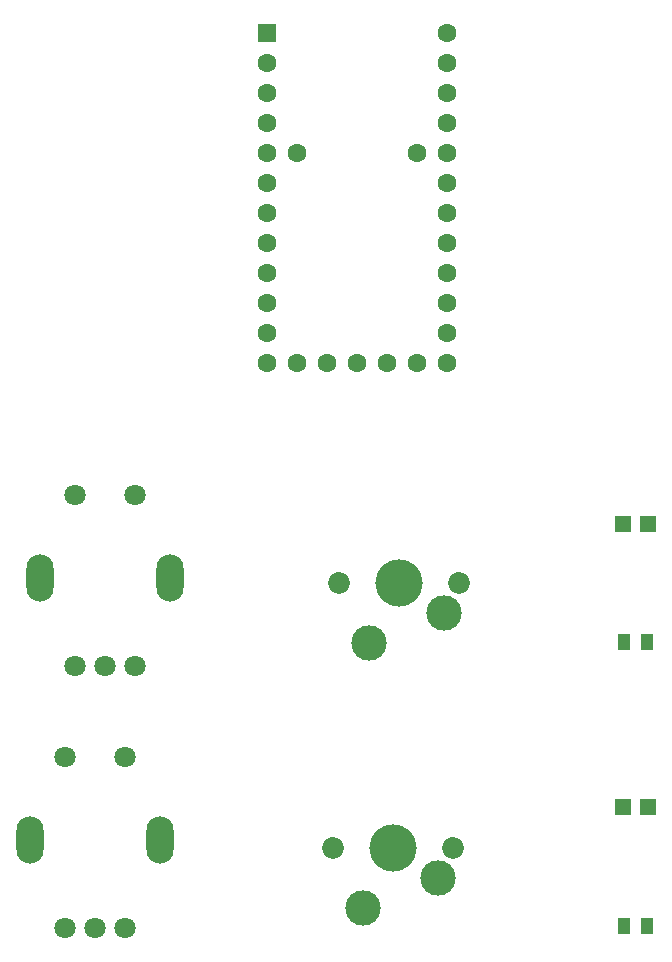
<source format=gbr>
G04 #@! TF.GenerationSoftware,KiCad,Pcbnew,(6.0.2)*
G04 #@! TF.CreationDate,2022-03-11T19:19:16+08:00*
G04 #@! TF.ProjectId,test,74657374-2e6b-4696-9361-645f70636258,rev?*
G04 #@! TF.SameCoordinates,Original*
G04 #@! TF.FileFunction,Soldermask,Top*
G04 #@! TF.FilePolarity,Negative*
%FSLAX46Y46*%
G04 Gerber Fmt 4.6, Leading zero omitted, Abs format (unit mm)*
G04 Created by KiCad (PCBNEW (6.0.2)) date 2022-03-11 19:19:16*
%MOMM*%
%LPD*%
G01*
G04 APERTURE LIST*
%ADD10R,1.410000X1.350000*%
%ADD11O,2.300000X4.000000*%
%ADD12C,1.800000*%
%ADD13R,1.133000X1.377000*%
%ADD14R,1.600000X1.600000*%
%ADD15C,1.600000*%
%ADD16C,3.000000*%
%ADD17C,1.850000*%
%ADD18C,4.000000*%
G04 APERTURE END LIST*
D10*
X70170000Y33100000D03*
X72230000Y33100000D03*
D11*
X30900000Y30350000D03*
X19900000Y30350000D03*
D12*
X22860000Y22850000D03*
X27940000Y22850000D03*
X25400000Y22850000D03*
X22860000Y37350000D03*
X27940000Y37350000D03*
D13*
X70234000Y23100000D03*
X72166000Y23100000D03*
X70234000Y47100000D03*
X72166000Y47100000D03*
D14*
X40000000Y98700000D03*
D15*
X40000000Y96160000D03*
X40000000Y93620000D03*
X40000000Y91080000D03*
X40000000Y88540000D03*
X40000000Y86000000D03*
X40000000Y83460000D03*
X40000000Y80920000D03*
X40000000Y78380000D03*
X40000000Y75840000D03*
X40000000Y73300000D03*
X40000000Y70760000D03*
X42540000Y70760000D03*
X45080000Y70760000D03*
X47620000Y70760000D03*
X50160000Y70760000D03*
X52700000Y70760000D03*
X55240000Y70760000D03*
X55240000Y73300000D03*
X55240000Y75840000D03*
X55240000Y78380000D03*
X55240000Y80920000D03*
X55240000Y83460000D03*
X55240000Y86000000D03*
X55240000Y88540000D03*
X55240000Y91080000D03*
X55240000Y93620000D03*
X55240000Y96160000D03*
X55240000Y98700000D03*
X42540000Y88540000D03*
X52700000Y88540000D03*
D11*
X31800000Y52550000D03*
X20800000Y52550000D03*
D12*
X23760000Y45050000D03*
X28840000Y45050000D03*
X26300000Y45050000D03*
X23760000Y59550000D03*
X28840000Y59550000D03*
D16*
X48660000Y47020000D03*
D17*
X56280000Y52100000D03*
D16*
X55010000Y49560000D03*
D17*
X46120000Y52100000D03*
D18*
X51200000Y52100000D03*
X50700000Y29700000D03*
D16*
X48160000Y24620000D03*
D17*
X45620000Y29700000D03*
D16*
X54510000Y27160000D03*
D17*
X55780000Y29700000D03*
D10*
X70170000Y57100000D03*
X72230000Y57100000D03*
M02*

</source>
